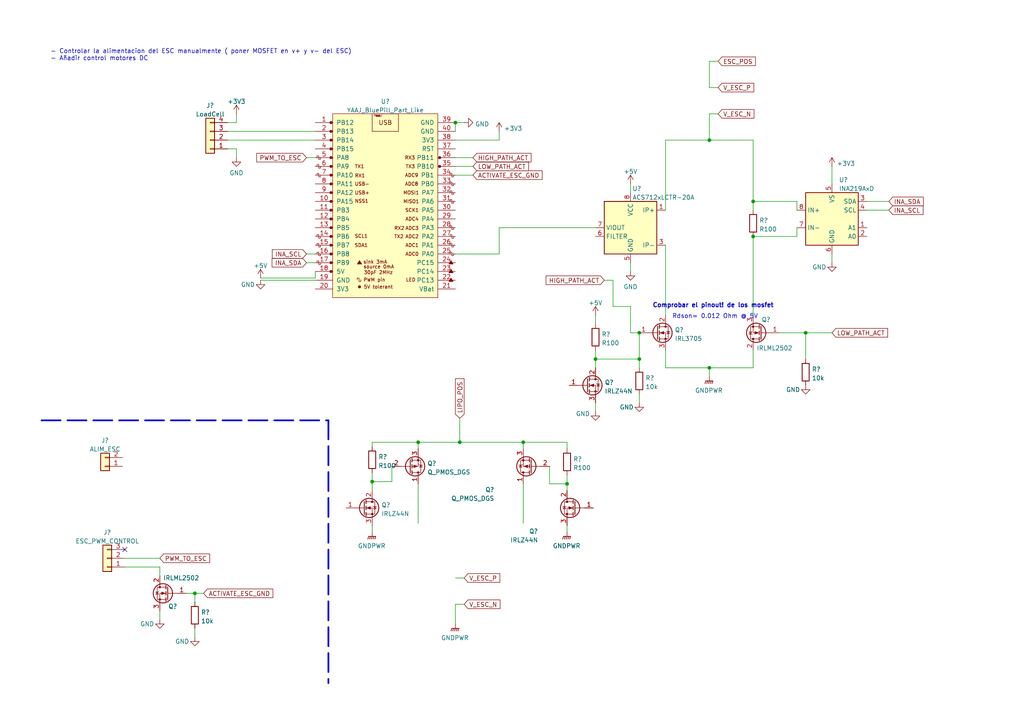
<source format=kicad_sch>
(kicad_sch (version 20211123) (generator eeschema)
  (paper "A4")
  (lib_symbols
    (symbol "Analog_ADC:INA219AxD"
      (property "Reference" "U" (at -6.35 8.89 0))
      (property "Value" "INA219AxD" (at 5.08 8.89 0))
      (symbol "INA219AxD_0_1"
        (rectangle (start -7.62 7.62) (end 7.62 -7.62) (stroke (width 0.254)) (fill (type background)))
      )
      (symbol "INA219AxD_1_1"
        (pin input line (at 10.16 -2.54 180) (length 2.54) (name "A1") (number "1"))
        (pin input line (at 10.16 -5.08 180) (length 2.54) (name "A0") (number "2"))
        (pin bidirectional line (at 10.16 5.08 180) (length 2.54) (name "SDA") (number "3"))
        (pin input line (at 10.16 2.54 180) (length 2.54) (name "SCL") (number "4"))
        (pin power_in line (at 0 10.16 270) (length 2.54) (name "VS") (number "5"))
        (pin power_in line (at 0 -10.16 90) (length 2.54) (name "GND") (number "6"))
        (pin input line (at -10.16 -2.54 0) (length 2.54) (name "IN-") (number "7"))
        (pin input line (at -10.16 2.54 0) (length 2.54) (name "IN+") (number "8"))
      )
    )
    (symbol "Connector_Generic:Conn_01x02" (pin_names (offset 1.016) hide)
      (property "Reference" "J" (at 0 2.54 0))
      (property "Value" "Conn_01x02" (at 0 -5.08 0))
      (symbol "Conn_01x02_1_1"
        (rectangle (start -1.27 -2.413) (end 0 -2.667) (stroke (width 0.1524)))
        (rectangle (start -1.27 0.127) (end 0 -0.127) (stroke (width 0.1524)))
        (rectangle (start -1.27 1.27) (end 1.27 -3.81) (stroke (width 0.254)) (fill (type background)))
        (pin passive line (at -5.08 0 0) (length 3.81) (name "Pin_1") (number "1"))
        (pin passive line (at -5.08 -2.54 0) (length 3.81) (name "Pin_2") (number "2"))
      )
    )
    (symbol "Connector_Generic:Conn_01x03" (pin_names (offset 1.016) hide)
      (property "Reference" "J" (at 0 5.08 0))
      (property "Value" "Conn_01x03" (at 0 -5.08 0))
      (symbol "Conn_01x03_1_1"
        (rectangle (start -1.27 -2.413) (end 0 -2.667) (stroke (width 0.1524)))
        (rectangle (start -1.27 0.127) (end 0 -0.127) (stroke (width 0.1524)))
        (rectangle (start -1.27 2.667) (end 0 2.413) (stroke (width 0.1524)))
        (rectangle (start -1.27 3.81) (end 1.27 -3.81) (stroke (width 0.254)) (fill (type background)))
        (pin passive line (at -5.08 2.54 0) (length 3.81) (name "Pin_1") (number "1"))
        (pin passive line (at -5.08 0 0) (length 3.81) (name "Pin_2") (number "2"))
        (pin passive line (at -5.08 -2.54 0) (length 3.81) (name "Pin_3") (number "3"))
      )
    )
    (symbol "Connector_Generic:Conn_01x04" (pin_names (offset 1.016) hide)
      (property "Reference" "J" (at 0 5.08 0))
      (property "Value" "Conn_01x04" (at 0 -7.62 0))
      (symbol "Conn_01x04_1_1"
        (rectangle (start -1.27 -4.953) (end 0 -5.207) (stroke (width 0.1524)))
        (rectangle (start -1.27 -2.413) (end 0 -2.667) (stroke (width 0.1524)))
        (rectangle (start -1.27 0.127) (end 0 -0.127) (stroke (width 0.1524)))
        (rectangle (start -1.27 2.667) (end 0 2.413) (stroke (width 0.1524)))
        (rectangle (start -1.27 3.81) (end 1.27 -6.35) (stroke (width 0.254)) (fill (type background)))
        (pin passive line (at -5.08 2.54 0) (length 3.81) (name "Pin_1") (number "1"))
        (pin passive line (at -5.08 0 0) (length 3.81) (name "Pin_2") (number "2"))
        (pin passive line (at -5.08 -2.54 0) (length 3.81) (name "Pin_3") (number "3"))
        (pin passive line (at -5.08 -5.08 0) (length 3.81) (name "Pin_4") (number "4"))
      )
    )
    (symbol "Device:Q_PMOS_DGS" (pin_names (offset 0) hide)
      (property "Reference" "Q" (at 5.08 1.27 0))
      (property "Value" "Q_PMOS_DGS" (at 5.08 -1.27 0))
      (symbol "Q_PMOS_DGS_0_1"
        (polyline (pts (xy 0.254 0) (xy -2.54 0)))
        (polyline (pts (xy 0.254 1.905) (xy 0.254 -1.905)) (stroke (width 0.254)))
        (polyline (pts (xy 0.762 -1.27) (xy 0.762 -2.286)) (stroke (width 0.254)))
        (polyline (pts (xy 0.762 0.508) (xy 0.762 -0.508)) (stroke (width 0.254)))
        (polyline (pts (xy 0.762 2.286) (xy 0.762 1.27)) (stroke (width 0.254)))
        (polyline (pts (xy 2.54 2.54) (xy 2.54 1.778)))
        (polyline (pts (xy 2.54 -2.54) (xy 2.54 0) (xy 0.762 0)))
        (polyline (pts (xy 0.762 1.778) (xy 3.302 1.778) (xy 3.302 -1.778) (xy 0.762 -1.778)))
        (polyline (pts (xy 2.286 0) (xy 1.27 0.381) (xy 1.27 -0.381) (xy 2.286 0)) (fill (type outline)))
        (polyline (pts (xy 2.794 -0.508) (xy 2.921 -0.381) (xy 3.683 -0.381) (xy 3.81 -0.254)))
        (polyline (pts (xy 3.302 -0.381) (xy 2.921 0.254) (xy 3.683 0.254) (xy 3.302 -0.381)))
        (circle (center 1.651 0) (radius 2.794) (stroke (width 0.254)))
        (circle (center 2.54 -1.778) (radius 0.254) (fill (type outline)))
        (circle (center 2.54 1.778) (radius 0.254) (fill (type outline)))
      )
      (symbol "Q_PMOS_DGS_1_1"
        (pin passive line (at 2.54 5.08 270) (length 2.54) (name "D") (number "1"))
        (pin input line (at -5.08 0 0) (length 2.54) (name "G") (number "2"))
        (pin passive line (at 2.54 -5.08 90) (length 2.54) (name "S") (number "3"))
      )
    )
    (symbol "Device:R" (pin_numbers hide) (pin_names (offset 0))
      (property "Reference" "R" (at 2.032 0 90))
      (property "Value" "R" (at 0 0 90))
      (symbol "R_0_1"
        (rectangle (start -1.016 -2.54) (end 1.016 2.54) (stroke (width 0.254)))
      )
      (symbol "R_1_1"
        (pin passive line (at 0 3.81 270) (length 1.27) (name "~") (number "1"))
        (pin passive line (at 0 -3.81 90) (length 1.27) (name "~") (number "2"))
      )
    )
    (symbol "Sensor_Current:ACS712xLCTR-20A"
      (property "Reference" "U" (at 2.54 11.43 0))
      (property "Value" "ACS712xLCTR-20A" (at 2.54 8.89 0))
      (symbol "ACS712xLCTR-20A_0_1"
        (rectangle (start -7.62 7.62) (end 7.62 -7.62) (stroke (width 0.254)) (fill (type background)))
      )
      (symbol "ACS712xLCTR-20A_1_1"
        (pin passive line (at -10.16 5.08 0) (length 2.54) (name "IP+") (number "1"))
        (pin passive line (at -10.16 5.08 0) (length 2.54) hide (name "IP+") (number "2"))
        (pin passive line (at -10.16 -5.08 0) (length 2.54) (name "IP-") (number "3"))
        (pin passive line (at -10.16 -5.08 0) (length 2.54) hide (name "IP-") (number "4"))
        (pin power_in line (at 0 -10.16 90) (length 2.54) (name "GND") (number "5"))
        (pin passive line (at 10.16 -2.54 180) (length 2.54) (name "FILTER") (number "6"))
        (pin output line (at 10.16 0 180) (length 2.54) (name "VIOUT") (number "7"))
        (pin power_in line (at 0 10.16 270) (length 2.54) (name "VCC") (number "8"))
      )
    )
    (symbol "Transistor_FET:IRLZ44N" (pin_names hide)
      (property "Reference" "Q" (at 6.35 1.905 0))
      (property "Value" "IRLZ44N" (at 6.35 0 0))
      (symbol "IRLZ44N_0_1"
        (polyline (pts (xy 0.254 0) (xy -2.54 0)))
        (polyline (pts (xy 0.254 1.905) (xy 0.254 -1.905)) (stroke (width 0.254)))
        (polyline (pts (xy 0.762 -1.27) (xy 0.762 -2.286)) (stroke (width 0.254)))
        (polyline (pts (xy 0.762 0.508) (xy 0.762 -0.508)) (stroke (width 0.254)))
        (polyline (pts (xy 0.762 2.286) (xy 0.762 1.27)) (stroke (width 0.254)))
        (polyline (pts (xy 2.54 2.54) (xy 2.54 1.778)))
        (polyline (pts (xy 2.54 -2.54) (xy 2.54 0) (xy 0.762 0)))
        (polyline (pts (xy 0.762 -1.778) (xy 3.302 -1.778) (xy 3.302 1.778) (xy 0.762 1.778)))
        (polyline (pts (xy 1.016 0) (xy 2.032 0.381) (xy 2.032 -0.381) (xy 1.016 0)) (fill (type outline)))
        (polyline (pts (xy 2.794 0.508) (xy 2.921 0.381) (xy 3.683 0.381) (xy 3.81 0.254)))
        (polyline (pts (xy 3.302 0.381) (xy 2.921 -0.254) (xy 3.683 -0.254) (xy 3.302 0.381)))
        (circle (center 1.651 0) (radius 2.794) (stroke (width 0.254)))
        (circle (center 2.54 -1.778) (radius 0.254) (fill (type outline)))
        (circle (center 2.54 1.778) (radius 0.254) (fill (type outline)))
      )
      (symbol "IRLZ44N_1_1"
        (pin input line (at -5.08 0 0) (length 2.54) (name "G") (number "1"))
        (pin passive line (at 2.54 5.08 270) (length 2.54) (name "D") (number "2"))
        (pin passive line (at 2.54 -5.08 90) (length 2.54) (name "S") (number "3"))
      )
    )
    (symbol "YAAJ_BluePill_Part_Like:YAAJ_BluePill_Part_Like" (pin_names (offset 1.016))
      (property "Reference" "U" (at -12.7 25.4 0))
      (property "Value" "YAAJ_BluePill_Part_Like" (at 0 2.54 90))
      (symbol "YAAJ_BluePill_Part_Like_0_0"
        (circle (center -15.748 -20.32) (radius 0.3556) (fill (type outline)))
        (circle (center -15.748 -17.78) (radius 0.3556) (fill (type outline)))
        (circle (center -15.748 -15.24) (radius 0.3556) (fill (type outline)))
        (circle (center -15.748 -12.7) (radius 0.3556) (fill (type outline)))
        (circle (center -15.748 -10.16) (radius 0.3556) (fill (type outline)))
        (circle (center -15.748 -7.62) (radius 0.3556) (fill (type outline)))
        (circle (center -15.748 -5.08) (radius 0.3556) (fill (type outline)))
        (circle (center -15.748 -2.54) (radius 0.3556) (fill (type outline)))
        (circle (center -15.748 0) (radius 0.3556) (fill (type outline)))
        (circle (center -15.748 2.54) (radius 0.3556) (fill (type outline)))
        (circle (center -15.748 5.08) (radius 0.3556) (fill (type outline)))
        (circle (center -15.748 7.62) (radius 0.3556) (fill (type outline)))
        (circle (center -15.748 10.16) (radius 0.3556) (fill (type outline)))
        (circle (center -15.748 12.7) (radius 0.3556) (fill (type outline)))
        (circle (center -15.748 15.24) (radius 0.3556) (fill (type outline)))
        (circle (center -15.748 17.78) (radius 0.3556) (fill (type outline)))
        (circle (center -15.748 22.86) (radius 0.3556) (fill (type outline)))
        (circle (center -7.493 -24.765) (radius 0.127) (fill (type outline)))
        (circle (center -7.493 -24.765) (radius 0.254))
        (circle (center -7.493 -24.765) (radius 0.3556))
        (polyline (pts (xy -8.128 -18.161) (xy -7.493 -17.145) (xy -6.858 -18.161) (xy -8.128 -18.161) (xy -7.493 -17.272) (xy -6.985 -18.161) (xy -8.001 -18.034) (xy -7.493 -17.399) (xy -7.112 -18.161) (xy -7.874 -17.907) (xy -7.366 -17.526) (xy -7.239 -18.161) (xy -7.747 -17.78) (xy -7.239 -17.653) (xy -7.366 -18.034) (xy -7.62 -17.78) (xy -7.366 -17.907) (xy -7.493 -17.653)))
        (polyline (pts (xy 18.415 -23.241) (xy 19.05 -22.225) (xy 19.685 -23.241) (xy 18.415 -23.241) (xy 19.05 -22.352) (xy 19.558 -23.241) (xy 18.542 -23.114) (xy 19.05 -22.479) (xy 19.431 -23.241) (xy 18.669 -22.987) (xy 19.177 -22.606) (xy 19.304 -23.241) (xy 18.796 -22.86) (xy 19.304 -22.733) (xy 19.177 -23.114) (xy 18.923 -22.86) (xy 19.177 -22.987) (xy 19.05 -22.733)))
        (polyline (pts (xy 18.415 -20.701) (xy 19.05 -19.685) (xy 19.685 -20.701) (xy 18.415 -20.701) (xy 19.05 -19.812) (xy 19.558 -20.701) (xy 18.542 -20.574) (xy 19.05 -19.939) (xy 19.431 -20.701) (xy 18.669 -20.447) (xy 19.177 -20.066) (xy 19.304 -20.701) (xy 18.796 -20.32) (xy 19.304 -20.193) (xy 19.177 -20.574) (xy 18.923 -20.32) (xy 19.177 -20.447) (xy 19.05 -20.193)))
        (polyline (pts (xy 18.415 -18.161) (xy 19.05 -17.145) (xy 19.685 -18.161) (xy 18.415 -18.161) (xy 19.05 -17.272) (xy 19.558 -18.161) (xy 18.542 -18.034) (xy 19.05 -17.399) (xy 19.431 -18.161) (xy 18.669 -17.907) (xy 19.177 -17.526) (xy 19.304 -18.161) (xy 18.796 -17.78) (xy 19.304 -17.653) (xy 19.177 -18.034) (xy 18.923 -17.78) (xy 19.177 -17.907) (xy 19.05 -17.653)))
        (circle (center 15.748 10.16) (radius 0.254) (fill (type outline)))
        (circle (center 15.748 10.16) (radius 0.3556))
        (circle (center 15.748 12.7) (radius 0.254) (fill (type outline)))
        (circle (center 15.748 12.7) (radius 0.3556))
        (text "30pF 2MHz" (at -2.032 -20.574 0) (effects (font (size 0.9906 0.9906))))
        (text "5V tolerant" (at -2.032 -24.765 0) (effects (font (size 0.9906 0.9906))))
        (text "ADC0" (at 7.747 -15.24 0) (effects (font (size 0.9906 0.9906))))
        (text "ADC1" (at 7.747 -12.7 0) (effects (font (size 0.9906 0.9906))))
        (text "ADC2" (at 7.747 -10.16 0) (effects (font (size 0.9906 0.9906))))
        (text "ADC3" (at 7.747 -7.747 0) (effects (font (size 0.9906 0.9906))))
        (text "ADC4" (at 7.747 -5.08 0) (effects (font (size 0.9906 0.9906))))
        (text "ADC8" (at 7.62 5.08 0) (effects (font (size 0.9906 0.9906))))
        (text "ADC9" (at 7.62 7.62 0) (effects (font (size 0.9906 0.9906))))
        (text "LED" (at 7.366 -22.733 0) (effects (font (size 0.9906 0.9906))))
        (text "MISO1" (at 7.493 0 0) (effects (font (size 0.9906 0.9906))))
        (text "MOSI1" (at 7.493 2.54 0) (effects (font (size 0.9906 0.9906))))
        (text "NSS1" (at -6.858 0.127 0) (effects (font (size 0.9906 0.9906))))
        (text "PWM pin" (at -3.175 -22.733 0) (effects (font (size 0.9906 0.9906))))
        (text "RX1" (at -7.366 7.493 0) (effects (font (size 0.9906 0.9906))))
        (text "RX2" (at 4.064 -7.747 0) (effects (font (size 0.9906 0.9906))))
        (text "RX3" (at 7.112 12.7 0) (effects (font (size 0.9906 0.9906))))
        (text "SCK1" (at 7.747 -2.54 0) (effects (font (size 0.9906 0.9906))))
        (text "SCL1" (at -6.985 -10.033 0) (effects (font (size 0.9906 0.9906))))
        (text "SDA1" (at -6.985 -12.7 0) (effects (font (size 0.9906 0.9906))))
        (text "sink 3mA" (at -2.921 -17.526 0) (effects (font (size 0.9906 0.9906))))
        (text "source 0mA" (at -1.905 -18.923 0) (effects (font (size 0.9906 0.9906))))
        (text "TX1" (at -7.493 10.16 0) (effects (font (size 0.9906 0.9906))))
        (text "TX2" (at 3.937 -10.16 0) (effects (font (size 0.9906 0.9906))))
        (text "TX3" (at 7.239 10.16 0) (effects (font (size 0.9906 0.9906))))
        (text "USB" (at 0 22.86 0) (effects (font (size 1.27 1.27))))
        (text "USB+" (at -6.731 2.54 0) (effects (font (size 0.9906 0.9906))))
        (text "USB-" (at -6.731 5.08 0) (effects (font (size 0.9906 0.9906))))
        (text "Y@@J" (at -2.159 24.892 0) (effects (font (size 0.508 0.508))))
      )
      (symbol "YAAJ_BluePill_Part_Like_0_1"
        (rectangle (start -15.24 25.4) (end 15.24 -27.94) (fill (type background)))
        (polyline (pts (xy -18.796 -17.78) (xy -18.796 -18.288) (xy -19.304 -18.288) (xy -19.304 -17.272) (xy -19.812 -17.272) (xy -19.812 -17.78)))
        (polyline (pts (xy -18.796 -15.24) (xy -18.796 -15.748) (xy -19.304 -15.748) (xy -19.304 -14.732) (xy -19.812 -14.732) (xy -19.812 -15.24)))
        (polyline (pts (xy -18.796 -12.7) (xy -18.796 -13.208) (xy -19.304 -13.208) (xy -19.304 -12.192) (xy -19.812 -12.192) (xy -19.812 -12.7)))
        (polyline (pts (xy -18.796 -10.16) (xy -18.796 -10.668) (xy -19.304 -10.668) (xy -19.304 -9.652) (xy -19.812 -9.652) (xy -19.812 -10.16)))
        (polyline (pts (xy -18.796 7.62) (xy -18.796 7.112) (xy -19.304 7.112) (xy -19.304 8.128) (xy -19.812 8.128) (xy -19.812 7.62)))
        (polyline (pts (xy -18.796 10.16) (xy -18.796 9.652) (xy -19.304 9.652) (xy -19.304 10.668) (xy -19.812 10.668) (xy -19.812 10.16)))
        (polyline (pts (xy -18.796 12.7) (xy -18.796 12.192) (xy -19.304 12.192) (xy -19.304 13.208) (xy -19.812 13.208) (xy -19.812 12.7)))
        (polyline (pts (xy -7.112 -22.733) (xy -7.112 -23.241) (xy -7.62 -23.241) (xy -7.62 -22.225) (xy -8.128 -22.225) (xy -8.128 -22.733)))
        (polyline (pts (xy 19.812 -15.24) (xy 19.812 -15.748) (xy 19.304 -15.748) (xy 19.304 -14.732) (xy 18.796 -14.732) (xy 18.796 -15.24)))
        (polyline (pts (xy 19.812 -12.7) (xy 19.812 -13.208) (xy 19.304 -13.208) (xy 19.304 -12.192) (xy 18.796 -12.192) (xy 18.796 -12.7)))
        (polyline (pts (xy 19.812 -10.16) (xy 19.812 -10.668) (xy 19.304 -10.668) (xy 19.304 -9.652) (xy 18.796 -9.652) (xy 18.796 -10.16)))
        (polyline (pts (xy 19.812 -7.62) (xy 19.812 -8.128) (xy 19.304 -8.128) (xy 19.304 -7.112) (xy 18.796 -7.112) (xy 18.796 -7.62)))
        (polyline (pts (xy 19.812 0) (xy 19.812 -0.508) (xy 19.304 -0.508) (xy 19.304 0.508) (xy 18.796 0.508) (xy 18.796 0)))
        (polyline (pts (xy 19.812 2.54) (xy 19.812 2.032) (xy 19.304 2.032) (xy 19.304 3.048) (xy 18.796 3.048) (xy 18.796 2.54)))
        (polyline (pts (xy 19.812 5.08) (xy 19.812 4.572) (xy 19.304 4.572) (xy 19.304 5.588) (xy 18.796 5.588) (xy 18.796 5.08)))
        (polyline (pts (xy 19.812 7.62) (xy 19.812 7.112) (xy 19.304 7.112) (xy 19.304 8.128) (xy 18.796 8.128) (xy 18.796 7.62)))
        (rectangle (start 3.81 25.4) (end -3.81 20.32))
      )
      (symbol "YAAJ_BluePill_Part_Like_1_1"
        (circle (center -15.748 20.32) (radius 0.3556) (fill (type outline)))
        (pin bidirectional line (at -20.32 22.86 0) (length 5.08) (name "PB12") (number "1"))
        (pin bidirectional line (at -20.32 0 0) (length 5.08) (name "PA15") (number "10"))
        (pin bidirectional line (at -20.32 -2.54 0) (length 5.08) (name "PB3") (number "11"))
        (pin bidirectional line (at -20.32 -5.08 0) (length 5.08) (name "PB4") (number "12"))
        (pin bidirectional line (at -20.32 -7.62 0) (length 5.08) (name "PB5") (number "13"))
        (pin bidirectional line (at -20.32 -10.16 0) (length 5.08) (name "PB6") (number "14"))
        (pin bidirectional line (at -20.32 -12.7 0) (length 5.08) (name "PB7") (number "15"))
        (pin bidirectional line (at -20.32 -15.24 0) (length 5.08) (name "PB8") (number "16"))
        (pin bidirectional line (at -20.32 -17.78 0) (length 5.08) (name "PB9") (number "17"))
        (pin power_in line (at -20.32 -20.32 0) (length 5.08) (name "5V") (number "18"))
        (pin power_in line (at -20.32 -22.86 0) (length 5.08) (name "GND") (number "19"))
        (pin bidirectional line (at -20.32 20.32 0) (length 5.08) (name "PB13") (number "2"))
        (pin power_in line (at -20.32 -25.4 0) (length 5.08) (name "3V3") (number "20"))
        (pin power_in line (at 20.32 -25.4 180) (length 5.08) (name "VBat") (number "21"))
        (pin bidirectional line (at 20.32 -22.86 180) (length 5.08) (name "PC13") (number "22"))
        (pin bidirectional line (at 20.32 -20.32 180) (length 5.08) (name "PC14") (number "23"))
        (pin bidirectional line (at 20.32 -17.78 180) (length 5.08) (name "PC15") (number "24"))
        (pin bidirectional line (at 20.32 -15.24 180) (length 5.08) (name "PA0") (number "25"))
        (pin bidirectional line (at 20.32 -12.7 180) (length 5.08) (name "PA1") (number "26"))
        (pin bidirectional line (at 20.32 -10.16 180) (length 5.08) (name "PA2") (number "27"))
        (pin bidirectional line (at 20.32 -7.62 180) (length 5.08) (name "PA3") (number "28"))
        (pin bidirectional line (at 20.32 -5.08 180) (length 5.08) (name "PA4") (number "29"))
        (pin bidirectional line (at -20.32 17.78 0) (length 5.08) (name "PB14") (number "3"))
        (pin bidirectional line (at 20.32 -2.54 180) (length 5.08) (name "PA5") (number "30"))
        (pin bidirectional line (at 20.32 0 180) (length 5.08) (name "PA6") (number "31"))
        (pin bidirectional line (at 20.32 2.54 180) (length 5.08) (name "PA7") (number "32"))
        (pin bidirectional line (at 20.32 5.08 180) (length 5.08) (name "PB0") (number "33"))
        (pin bidirectional line (at 20.32 7.62 180) (length 5.08) (name "PB1") (number "34"))
        (pin bidirectional line (at 20.32 10.16 180) (length 5.08) (name "PB10") (number "35"))
        (pin bidirectional line (at 20.32 12.7 180) (length 5.08) (name "PB11") (number "36"))
        (pin input line (at 20.32 15.24 180) (length 5.08) (name "RST") (number "37"))
        (pin power_in line (at 20.32 17.78 180) (length 5.08) (name "3V3") (number "38"))
        (pin power_in line (at 20.32 22.86 180) (length 5.08) (name "GND") (number "39"))
        (pin bidirectional line (at -20.32 15.24 0) (length 5.08) (name "PB15") (number "4"))
        (pin power_in line (at 20.32 20.32 180) (length 5.08) (name "GND") (number "40"))
        (pin bidirectional line (at -20.32 12.7 0) (length 5.08) (name "PA8") (number "5"))
        (pin bidirectional line (at -20.32 10.16 0) (length 5.08) (name "PA9") (number "6"))
        (pin bidirectional line (at -20.32 7.62 0) (length 5.08) (name "PA10") (number "7"))
        (pin bidirectional line (at -20.32 5.08 0) (length 5.08) (name "PA11") (number "8"))
        (pin bidirectional line (at -20.32 2.54 0) (length 5.08) (name "PA12") (number "9"))
      )
    )
    (symbol "power:+3V3" (power) (pin_names (offset 0))
      (property "Value" "+3V3" (at 0 3.556 0))
      (symbol "+3V3_0_1"
        (polyline (pts (xy -0.762 1.27) (xy 0 2.54)))
        (polyline (pts (xy 0 0) (xy 0 2.54)))
        (polyline (pts (xy 0 2.54) (xy 0.762 1.27)))
      )
      (symbol "+3V3_1_1"
        (pin power_in line (at 0 0 90) (length 0) hide (name "+3V3") (number "1"))
      )
    )
    (symbol "power:+5V" (power) (pin_names (offset 0))
      (property "Value" "+5V" (at 0 3.556 0))
      (symbol "+5V_0_1"
        (polyline (pts (xy -0.762 1.27) (xy 0 2.54)))
        (polyline (pts (xy 0 0) (xy 0 2.54)))
        (polyline (pts (xy 0 2.54) (xy 0.762 1.27)))
      )
      (symbol "+5V_1_1"
        (pin power_in line (at 0 0 90) (length 0) hide (name "+5V") (number "1"))
      )
    )
    (symbol "power:GND" (power) (pin_names (offset 0))
      (property "Value" "GND" (at 0 -3.81 0))
      (symbol "GND_0_1"
        (polyline (pts (xy 0 0) (xy 0 -1.27) (xy 1.27 -1.27) (xy 0 -2.54) (xy -1.27 -1.27) (xy 0 -1.27)))
      )
      (symbol "GND_1_1"
        (pin power_in line (at 0 0 270) (length 0) hide (name "GND") (number "1"))
      )
    )
    (symbol "power:GNDPWR" (power) (pin_names (offset 0))
      (property "Value" "GNDPWR" (at 0 -3.302 0))
      (symbol "GNDPWR_0_1"
        (polyline (pts (xy 0 -1.27) (xy 0 0)))
        (polyline (pts (xy -1.016 -1.27) (xy -1.27 -2.032) (xy -1.27 -2.032)) (stroke (width 0.2032)))
        (polyline (pts (xy -0.508 -1.27) (xy -0.762 -2.032) (xy -0.762 -2.032)) (stroke (width 0.2032)))
        (polyline (pts (xy 0 -1.27) (xy -0.254 -2.032) (xy -0.254 -2.032)) (stroke (width 0.2032)))
        (polyline (pts (xy 0.508 -1.27) (xy 0.254 -2.032) (xy 0.254 -2.032)) (stroke (width 0.2032)))
        (polyline (pts (xy 1.016 -1.27) (xy -1.016 -1.27) (xy -1.016 -1.27)) (stroke (width 0.2032)))
        (polyline (pts (xy 1.016 -1.27) (xy 0.762 -2.032) (xy 0.762 -2.032) (xy 0.762 -2.032)) (stroke (width 0.2032)))
      )
      (symbol "GNDPWR_1_1"
        (pin power_in line (at 0 0 270) (length 0) hide (name "GNDPWR") (number "1"))
      )
    )
  )
  (junction (at 205.74 106.68))
  (junction (at 121.285 128.27))
  (junction (at 56.515 172.085))
  (junction (at 185.42 104.14))
  (junction (at 218.44 58.42))
  (junction (at 132.08 35.56))
  (junction (at 172.72 104.14))
  (junction (at 218.44 68.58))
  (junction (at 205.74 40.64))
  (junction (at 233.68 96.52))
  (junction (at 185.42 96.52))
  (junction (at 151.765 128.27))
  (junction (at 133.35 128.27))
  (junction (at 107.95 139.7))
  (junction (at 164.465 140.335))
  (no_connect (at 36.195 159.385))
  (wire (pts (xy 68.58 35.56) (xy 68.58 33.02)))
  (wire (pts (xy 151.765 128.27) (xy 164.465 128.27)))
  (wire (pts (xy 107.95 128.27) (xy 121.285 128.27)))
  (wire (pts (xy 46.355 177.165) (xy 46.355 179.705)))
  (wire (pts (xy 172.72 91.44) (xy 172.72 93.98)))
  (wire (pts (xy 36.195 161.925) (xy 46.355 161.925)))
  (wire (pts (xy 164.465 130.175) (xy 164.465 128.27)))
  (wire (pts (xy 159.385 140.335) (xy 164.465 140.335)))
  (wire (pts (xy 151.765 140.335) (xy 151.765 151.765)))
  (wire (pts (xy 185.42 96.52) (xy 185.42 104.14)))
  (wire (pts (xy 185.42 104.14) (xy 185.42 106.68)))
  (wire (pts (xy 233.68 96.52) (xy 241.3 96.52)))
  (wire (pts (xy 132.08 45.72) (xy 137.16 45.72)))
  (wire (pts (xy 56.515 174.625) (xy 56.515 172.085)))
  (wire (pts (xy 231.14 68.58) (xy 231.14 66.04)))
  (wire (pts (xy 121.285 128.27) (xy 121.285 130.175)))
  (wire (pts (xy 56.515 172.085) (xy 59.055 172.085)))
  (wire (pts (xy 182.88 76.2) (xy 182.88 78.74)))
  (wire (pts (xy 68.58 43.18) (xy 68.58 45.72)))
  (wire (pts (xy 205.74 25.4) (xy 205.74 17.78)))
  (wire (pts (xy 134.62 167.64) (xy 132.08 167.64)))
  (wire (pts (xy 159.385 135.255) (xy 159.385 140.335)))
  (wire (pts (xy 205.74 17.78) (xy 208.28 17.78)))
  (polyline (pts (xy 95.25 121.92) (xy 95.25 198.12)) (stroke (width 0.5)))
  (wire (pts (xy 205.74 40.64) (xy 218.44 40.64)))
  (wire (pts (xy 193.04 71.12) (xy 193.04 91.44)))
  (wire (pts (xy 132.08 175.26) (xy 132.08 180.975)))
  (wire (pts (xy 164.465 140.335) (xy 164.465 142.24)))
  (wire (pts (xy 107.95 129.54) (xy 107.95 128.27)))
  (wire (pts (xy 172.72 101.6) (xy 172.72 104.14)))
  (wire (pts (xy 46.355 167.005) (xy 46.355 164.465)))
  (wire (pts (xy 88.9 73.66) (xy 91.44 73.66)))
  (wire (pts (xy 144.78 66.04) (xy 144.78 73.66)))
  (wire (pts (xy 144.78 40.64) (xy 144.78 38.1)))
  (wire (pts (xy 164.465 152.4) (xy 164.465 154.305)))
  (wire (pts (xy 251.46 58.42) (xy 257.81 58.42)))
  (wire (pts (xy 182.88 53.34) (xy 182.88 55.88)))
  (wire (pts (xy 193.04 106.68) (xy 205.74 106.68)))
  (wire (pts (xy 121.285 140.335) (xy 121.285 151.765)))
  (wire (pts (xy 251.46 60.96) (xy 257.81 60.96)))
  (wire (pts (xy 226.06 96.52) (xy 233.68 96.52)))
  (polyline (pts (xy 12.065 121.92) (xy 95.25 121.92)) (stroke (width 0.5)))
  (wire (pts (xy 107.95 137.16) (xy 107.95 139.7)))
  (wire (pts (xy 144.78 73.66) (xy 132.08 73.66)))
  (wire (pts (xy 218.44 58.42) (xy 218.44 60.96)))
  (wire (pts (xy 132.08 48.26) (xy 137.16 48.26)))
  (wire (pts (xy 193.04 40.64) (xy 205.74 40.64)))
  (wire (pts (xy 66.04 35.56) (xy 68.58 35.56)))
  (wire (pts (xy 182.88 88.9) (xy 182.88 96.52)))
  (wire (pts (xy 66.04 43.18) (xy 68.58 43.18)))
  (wire (pts (xy 205.74 106.68) (xy 205.74 109.22)))
  (wire (pts (xy 36.195 164.465) (xy 46.355 164.465)))
  (wire (pts (xy 75.565 80.645) (xy 91.44 80.645)))
  (wire (pts (xy 231.14 58.42) (xy 218.44 58.42)))
  (wire (pts (xy 134.62 175.26) (xy 132.08 175.26)))
  (wire (pts (xy 205.74 33.02) (xy 205.74 40.64)))
  (wire (pts (xy 151.765 130.175) (xy 151.765 128.27)))
  (wire (pts (xy 144.78 66.04) (xy 172.72 66.04)))
  (wire (pts (xy 185.42 114.3) (xy 185.42 116.84)))
  (wire (pts (xy 107.95 152.4) (xy 107.95 154.305)))
  (wire (pts (xy 91.44 80.645) (xy 91.44 78.74)))
  (wire (pts (xy 132.08 35.56) (xy 134.62 35.56)))
  (wire (pts (xy 208.28 25.4) (xy 205.74 25.4)))
  (wire (pts (xy 132.08 35.56) (xy 132.08 38.1)))
  (wire (pts (xy 133.35 128.27) (xy 151.765 128.27)))
  (wire (pts (xy 175.26 81.28) (xy 177.8 81.28)))
  (wire (pts (xy 208.28 33.02) (xy 205.74 33.02)))
  (wire (pts (xy 172.72 104.14) (xy 185.42 104.14)))
  (wire (pts (xy 56.515 182.245) (xy 56.515 184.785)))
  (wire (pts (xy 177.8 81.28) (xy 177.8 88.9)))
  (wire (pts (xy 132.08 40.64) (xy 144.78 40.64)))
  (wire (pts (xy 75.565 81.28) (xy 91.44 81.28)))
  (wire (pts (xy 56.515 172.085) (xy 53.975 172.085)))
  (wire (pts (xy 218.44 68.58) (xy 218.44 91.44)))
  (wire (pts (xy 88.9 45.72) (xy 91.44 45.72)))
  (wire (pts (xy 132.08 50.8) (xy 137.16 50.8)))
  (wire (pts (xy 133.35 121.285) (xy 133.35 128.27)))
  (wire (pts (xy 241.3 73.66) (xy 241.3 76.2)))
  (wire (pts (xy 66.04 40.64) (xy 91.44 40.64)))
  (wire (pts (xy 113.665 139.7) (xy 107.95 139.7)))
  (wire (pts (xy 88.9 76.2) (xy 91.44 76.2)))
  (wire (pts (xy 193.04 101.6) (xy 193.04 106.68)))
  (wire (pts (xy 218.44 68.58) (xy 231.14 68.58)))
  (wire (pts (xy 107.95 139.7) (xy 107.95 142.24)))
  (wire (pts (xy 172.72 104.14) (xy 172.72 106.68)))
  (wire (pts (xy 231.14 60.96) (xy 231.14 58.42)))
  (wire (pts (xy 164.465 137.795) (xy 164.465 140.335)))
  (wire (pts (xy 182.88 96.52) (xy 185.42 96.52)))
  (wire (pts (xy 205.74 106.68) (xy 218.44 106.68)))
  (wire (pts (xy 66.04 38.1) (xy 91.44 38.1)))
  (wire (pts (xy 218.44 106.68) (xy 218.44 101.6)))
  (wire (pts (xy 172.72 116.84) (xy 172.72 119.38)))
  (wire (pts (xy 177.8 88.9) (xy 182.88 88.9)))
  (wire (pts (xy 193.04 40.64) (xy 193.04 60.96)))
  (wire (pts (xy 233.68 96.52) (xy 233.68 104.14)))
  (wire (pts (xy 241.3 48.26) (xy 241.3 53.34)))
  (wire (pts (xy 218.44 40.64) (xy 218.44 58.42)))
  (wire (pts (xy 113.665 135.255) (xy 113.665 139.7)))
  (wire (pts (xy 133.35 128.27) (xy 121.285 128.27)))
  (text "- Controlar la alimentacion del ESC manualmente ( poner MOSFET en v+ y v- del ESC)\n- Añadir control motores DC\n" (at 14.605 17.78 0) (effects (font (size 1.27 1.27)) (justify left bottom)))
  (text "Comprobar el pinout! de los mosfet" (at 189.23 89.408 0) (effects (font (size 1.27 1.27) (thickness 0.254) bold) (justify left bottom)))
  (text "Rdson= 0.012 Ohm @ 5V" (at 194.945 92.583 0) (effects (font (size 1.27 1.27)) (justify left bottom)))
  (global_label "INA_SDA" (shape input) (at 257.81 58.42 0) (property "Intersheet References" "${INTERSHEET_REFS}" (effects hide)))
  (global_label "PWM_TO_ESC" (shape input) (at 88.9 45.72 180) (property "Intersheet References" "${INTERSHEET_REFS}" (effects hide)))
  (global_label "V_ESC_N" (shape input) (at 134.62 175.26 0) (property "Intersheet References" "${INTERSHEET_REFS}" (effects hide)))
  (global_label "V_ESC_P" (shape input) (at 134.62 167.64 0) (property "Intersheet References" "${INTERSHEET_REFS}" (effects hide)))
  (global_label "LOW_PATH_ACT" (shape input) (at 241.3 96.52 0) (property "Intersheet References" "${INTERSHEET_REFS}" (effects hide)))
  (global_label "V_ESC_P" (shape input) (at 208.28 25.4 0) (property "Intersheet References" "${INTERSHEET_REFS}" (effects hide)))
  (global_label "ACTIVATE_ESC_GND" (shape input) (at 59.055 172.085 0) (property "Intersheet References" "${INTERSHEET_REFS}" (effects hide)))
  (global_label "V_ESC_N" (shape input) (at 208.28 33.02 0) (property "Intersheet References" "${INTERSHEET_REFS}" (effects hide)))
  (global_label "HIGH_PATH_ACT" (shape input) (at 137.16 45.72 0) (property "Intersheet References" "${INTERSHEET_REFS}" (effects hide)))
  (global_label "LIPO_POS" (shape input) (at 133.35 121.285 90) (property "Intersheet References" "${INTERSHEET_REFS}" (effects hide)))
  (global_label "ACTIVATE_ESC_GND" (shape input) (at 137.16 50.8 0) (property "Intersheet References" "${INTERSHEET_REFS}" (effects hide)))
  (global_label "LOW_PATH_ACT" (shape input) (at 137.16 48.26 0) (property "Intersheet References" "${INTERSHEET_REFS}" (effects hide)))
  (global_label "PWM_TO_ESC" (shape input) (at 46.355 161.925 0) (property "Intersheet References" "${INTERSHEET_REFS}" (effects hide)))
  (global_label "INA_SCL" (shape input) (at 257.81 60.96 0) (property "Intersheet References" "${INTERSHEET_REFS}" (effects hide)))
  (global_label "INA_SCL" (shape input) (at 88.9 73.66 180) (property "Intersheet References" "${INTERSHEET_REFS}" (effects hide)))
  (global_label "HIGH_PATH_ACT" (shape input) (at 175.26 81.28 180) (property "Intersheet References" "${INTERSHEET_REFS}" (effects hide)))
  (global_label "INA_SDA" (shape input) (at 88.9 76.2 180) (property "Intersheet References" "${INTERSHEET_REFS}" (effects hide)))
  (global_label "ESC_POS" (shape input) (at 208.28 17.78 0) (property "Intersheet References" "${INTERSHEET_REFS}" (effects hide)))
  (symbol (lib_id "Transistor_FET:IRLZ44N") (at 220.98 96.52 180) (unit 1)
    (property "Reference" "Q?" (at 223.52 92.71 0) (effects (justify left)))
    (property "Value" "IRLML2502" (at 229.87 100.965 0) (effects (justify left)))
    (property "Footprint" "Package_TO_SOT_THT:TO-220-3_Vertical" (effects hide))
    (property "Datasheet" "http://www.irf.com/product-info/datasheets/data/irlz44n.pdf" (effects hide))
  )
  (symbol (lib_id "power:GND") (at 185.42 116.84 0) (unit 1)
    (property "Reference" "#PWR?" (effects hide))
    (property "Value" "GND" (at 179.705 118.11 0) (effects (justify left)))
  )
  (symbol (lib_id "Device:R") (at 185.42 110.49 0) (unit 1)
    (property "Reference" "R?" (at 187.198 109.6553 0) (effects (justify left)))
    (property "Value" "10k" (at 187.198 112.1922 0) (effects (justify left)))
  )
  (symbol (lib_id "power:GNDPWR") (at 205.74 109.22 0) (unit 1)
    (property "Reference" "#PWR?" (effects hide))
    (property "Value" "GNDPWR" (at 205.613 113.257 0))
  )
  (symbol (lib_id "Device:R") (at 233.68 107.95 0) (unit 1)
    (property "Reference" "R?" (at 235.458 107.1153 0) (effects (justify left)))
    (property "Value" "10k" (at 235.458 109.6522 0) (effects (justify left)))
  )
  (symbol (lib_id "Connector_Generic:Conn_01x02") (at 30.48 135.255 180) (unit 1)
    (property "Reference" "J?" (at 30.48 127.7452 0))
    (property "Value" "ALIM_ESC" (at 30.48 130.2821 0))
  )
  (symbol (lib_id "power:GND") (at 182.88 78.74 0) (unit 1)
    (property "Reference" "#PWR?" (effects hide))
    (property "Value" "GND" (at 182.88 83.1834 0))
  )
  (symbol (lib_id "Analog_ADC:INA219AxD") (at 241.3 63.5 0) (unit 1)
    (property "Reference" "U?" (at 243.3194 52.1802 0) (effects (justify left)))
    (property "Value" "INA219AxD" (at 243.3194 54.7171 0) (effects (justify left)))
    (property "Footprint" "Package_SO:SOIC-8_3.9x4.9mm_P1.27mm" (effects hide))
    (property "Datasheet" "http://www.ti.com/lit/ds/symlink/ina219.pdf" (effects hide))
  )
  (symbol (lib_id "Connector_Generic:Conn_01x04") (at 60.96 40.64 180) (unit 1)
    (property "Reference" "J?" (at 60.96 30.5902 0))
    (property "Value" "LoadCell" (at 60.96 33.1271 0))
  )
  (symbol (lib_id "Device:R") (at 172.72 97.79 0) (unit 1)
    (property "Reference" "R?" (at 174.498 96.9553 0) (effects (justify left)))
    (property "Value" "R100" (at 174.498 99.4922 0) (effects (justify left)))
  )
  (symbol (lib_id "Transistor_FET:IRLZ44N") (at 170.18 111.76 0) (unit 1)
    (property "Reference" "Q?" (at 175.387 110.9253 0) (effects (justify left)))
    (property "Value" "IRLZ44N" (at 175.387 113.4622 0) (effects (justify left)))
    (property "Footprint" "Package_TO_SOT_THT:TO-220-3_Vertical" (effects hide))
    (property "Datasheet" "http://www.irf.com/product-info/datasheets/data/irlz44n.pdf" (effects hide))
  )
  (symbol (lib_id "Transistor_FET:IRLZ44N") (at 190.5 96.52 0) (unit 1)
    (property "Reference" "Q?" (at 195.707 95.6853 0) (effects (justify left)))
    (property "Value" "IRL3705" (at 195.707 98.2222 0) (effects (justify left)))
    (property "Footprint" "Package_TO_SOT_THT:TO-220-3_Vertical" (effects hide))
    (property "Datasheet" "http://www.irf.com/product-info/datasheets/data/irlz44n.pdf" (effects hide))
  )
  (symbol (lib_id "Device:R") (at 218.44 64.77 0) (unit 1)
    (property "Reference" "R?" (at 220.218 63.9353 0) (effects (justify left)))
    (property "Value" "R100" (at 220.218 66.4722 0) (effects (justify left)))
  )
  (symbol (lib_id "power:+3V3") (at 241.3 48.26 0) (unit 1)
    (property "Reference" "#PWR?" (effects hide))
    (property "Value" "+3V3" (at 242.697 47.4238 0) (effects (justify left)))
  )
  (symbol (lib_id "Device:R") (at 107.95 133.35 0) (unit 1)
    (property "Reference" "R?" (at 109.728 132.5153 0) (effects (justify left)))
    (property "Value" "R100" (at 109.728 135.0522 0) (effects (justify left)))
  )
  (symbol (lib_id "Transistor_FET:IRLZ44N") (at 48.895 172.085 0) (mirror y) (unit 1)
    (property "Reference" "Q?" (at 51.435 175.895 0) (effects (justify left)))
    (property "Value" "IRLML2502" (at 57.785 167.64 0) (effects (justify left)))
    (property "Footprint" "Package_TO_SOT_THT:TO-220-3_Vertical" (effects hide))
    (property "Datasheet" "http://www.irf.com/product-info/datasheets/data/irlz44n.pdf" (effects hide))
  )
  (symbol (lib_id "power:+5V") (at 75.565 80.645 0) (unit 1)
    (property "Reference" "#PWR?" (effects hide))
    (property "Value" "+5V" (at 75.565 77.0692 0))
  )
  (symbol (lib_id "power:GND") (at 233.68 111.76 0) (unit 1)
    (property "Reference" "#PWR?" (effects hide))
    (property "Value" "GND" (at 227.965 113.03 0) (effects (justify left)))
  )
  (symbol (lib_id "power:GND") (at 75.565 81.28 0) (unit 1)
    (property "Reference" "#PWR?" (effects hide))
    (property "Value" "GND" (at 69.85 82.55 0) (effects (justify left)))
  )
  (symbol (lib_id "power:GND") (at 68.58 45.72 0) (unit 1)
    (property "Reference" "#PWR?" (effects hide))
    (property "Value" "GND" (at 68.58 50.1634 0))
  )
  (symbol (lib_id "Device:R") (at 56.515 178.435 0) (unit 1)
    (property "Reference" "R?" (at 58.293 177.6003 0) (effects (justify left)))
    (property "Value" "10k" (at 58.293 180.1372 0) (effects (justify left)))
  )
  (symbol (lib_id "power:GND") (at 46.355 179.705 0) (unit 1)
    (property "Reference" "#PWR?" (effects hide))
    (property "Value" "GND" (at 40.64 180.975 0) (effects (justify left)))
  )
  (symbol (lib_id "power:GNDPWR") (at 164.465 154.305 0) (unit 1)
    (property "Reference" "#PWR?" (effects hide))
    (property "Value" "GNDPWR" (at 164.338 158.342 0))
  )
  (symbol (lib_id "power:GNDPWR") (at 132.08 180.975 0) (unit 1)
    (property "Reference" "#PWR?" (effects hide))
    (property "Value" "GNDPWR" (at 131.953 185.012 0))
  )
  (symbol (lib_id "Sensor_Current:ACS712xLCTR-20A") (at 182.88 66.04 0) (mirror y) (unit 1)
    (property "Reference" "U?" (at 183.4006 54.7202 0) (effects (justify right)))
    (property "Value" "ACS712xLCTR-20A" (at 183.4006 57.2571 0) (effects (justify right)))
    (property "Footprint" "Package_SO:SOIC-8_3.9x4.9mm_P1.27mm" (effects hide))
    (property "Datasheet" "http://www.allegromicro.com/~/media/Files/Datasheets/ACS712-Datasheet.ashx?la=en" (effects hide))
  )
  (symbol (lib_id "Device:R") (at 164.465 133.985 0) (unit 1)
    (property "Reference" "R?" (at 166.243 133.1503 0) (effects (justify left)))
    (property "Value" "R100" (at 166.243 135.6872 0) (effects (justify left)))
  )
  (symbol (lib_id "Device:Q_PMOS_DGS") (at 118.745 135.255 0) (mirror x) (unit 1)
    (property "Reference" "Q?" (at 123.952 134.4203 0) (effects (justify left)))
    (property "Value" "Q_PMOS_DGS" (at 123.952 136.9572 0) (effects (justify left)))
  )
  (symbol (lib_id "power:+3V3") (at 144.78 38.1 0) (unit 1)
    (property "Reference" "#PWR?" (effects hide))
    (property "Value" "+3V3" (at 146.177 37.2638 0) (effects (justify left)))
  )
  (symbol (lib_id "Transistor_FET:IRLZ44N") (at 167.005 147.32 0) (mirror y) (unit 1)
    (property "Reference" "Q?" (at 156.0831 154.1053 0) (effects (justify left)))
    (property "Value" "IRLZ44N" (at 156.0831 156.6422 0) (effects (justify left)))
    (property "Footprint" "Package_TO_SOT_THT:TO-220-3_Vertical" (effects hide))
    (property "Datasheet" "http://www.irf.com/product-info/datasheets/data/irlz44n.pdf" (effects hide))
  )
  (symbol (lib_id "power:GND") (at 172.72 119.38 0) (unit 1)
    (property "Reference" "#PWR?" (effects hide))
    (property "Value" "GND" (at 167.005 120.015 0) (effects (justify left)))
  )
  (symbol (lib_id "power:GND") (at 241.3 76.2 0) (unit 1)
    (property "Reference" "#PWR?" (effects hide))
    (property "Value" "GND" (at 235.585 77.47 0) (effects (justify left)))
  )
  (symbol (lib_id "Transistor_FET:IRLZ44N") (at 105.41 147.32 0) (unit 1)
    (property "Reference" "Q?" (at 110.617 146.4853 0) (effects (justify left)))
    (property "Value" "IRLZ44N" (at 110.617 149.0222 0) (effects (justify left)))
    (property "Footprint" "Package_TO_SOT_THT:TO-220-3_Vertical" (effects hide))
    (property "Datasheet" "http://www.irf.com/product-info/datasheets/data/irlz44n.pdf" (effects hide))
  )
  (symbol (lib_id "power:+5V") (at 172.72 91.44 0) (unit 1)
    (property "Reference" "#PWR?" (effects hide))
    (property "Value" "+5V" (at 172.72 87.8642 0))
  )
  (symbol (lib_id "power:GND") (at 56.515 184.785 0) (unit 1)
    (property "Reference" "#PWR?" (effects hide))
    (property "Value" "GND" (at 50.8 186.055 0) (effects (justify left)))
  )
  (symbol (lib_id "Device:Q_PMOS_DGS") (at 154.305 135.255 180) (unit 1)
    (property "Reference" "Q?" (at 143.3831 142.0403 0) (effects (justify left)))
    (property "Value" "Q_PMOS_DGS" (at 143.3831 144.5772 0) (effects (justify left)))
  )
  (symbol (lib_id "YAAJ_BluePill_Part_Like:YAAJ_BluePill_Part_Like") (at 111.76 58.42 0) (unit 1)
    (property "Reference" "U?" (at 111.76 29.4472 0))
    (property "Value" "YAAJ_BluePill_Part_Like" (at 111.76 31.9841 0))
  )
  (symbol (lib_id "Connector_Generic:Conn_01x03") (at 31.115 161.925 180) (unit 1)
    (property "Reference" "J?" (at 31.115 154.4152 0))
    (property "Value" "ESC_PWM_CONTROL" (at 31.115 156.9521 0))
  )
  (symbol (lib_id "power:+5V") (at 182.88 53.34 0) (unit 1)
    (property "Reference" "#PWR?" (effects hide))
    (property "Value" "+5V" (at 182.88 49.7642 0))
  )
  (symbol (lib_id "power:+3V3") (at 68.58 33.02 0) (unit 1)
    (property "Reference" "#PWR?" (effects hide))
    (property "Value" "+3V3" (at 68.58 29.4442 0))
  )
  (symbol (lib_id "power:GNDPWR") (at 107.95 154.305 0) (unit 1)
    (property "Reference" "#PWR?" (effects hide))
    (property "Value" "GNDPWR" (at 107.823 158.342 0))
  )
  (symbol (lib_id "power:GND") (at 134.62 35.56 90) (unit 1)
    (property "Reference" "#PWR?" (effects hide))
    (property "Value" "GND" (at 137.795 35.9938 90) (effects (justify right)))
  )
)
</source>
